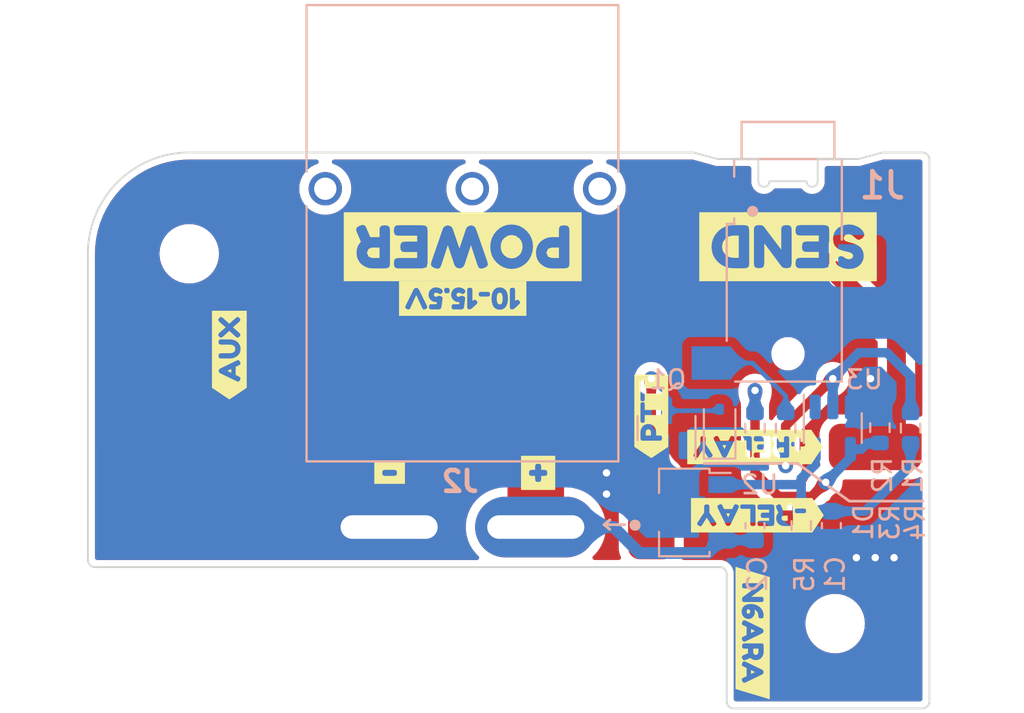
<source format=kicad_pcb>
(kicad_pcb (version 20221018) (generator pcbnew)
  (layers (0 "F.Cu" signal) (31 "B.Cu" signal) (34 "B.Paste" user) (35 "F.Paste" user) (36 "B.SilkS" user "B.Silkscreen") (37 "F.SilkS" user "F.Silkscreen") (38 "B.Mask" user) (39 "F.Mask" user) (44 "Edge.Cuts" user))
  (net 0 "")
  (net 1 "+5V")
  (net 2 "GND")
  (net 3 "Net-(DEMI_BUS1-Pin_1)")
  (net 4 "Net-(D1-A2)")
  (net 5 "/SEND")
  (net 6 "/ACL")
  (net 7 "Net-(Q1-G)")
  (net 8 "Net-(R1-Pad2)")
  (net 9 "Net-(R2-Pad1)")
  (net 11 "Net-(DEMI_AUX1-Pin_1)")
  (footprint "Connector_Wire:SolderWirePad_1x01_SMD_2.5x5mm" (layer "F.Cu") (at 137.414 105.791 180)
    (fp_text reference "DEMI_PTT_L1" hide)
    (fp_text value "Conn_01x01_Pin")
    (pad "1" smd roundrect (at 0 0 180) (size 2.5 5) (layers "F.Cu" "F.Paste" "F.Mask") (net 4 "Net-(D1-A2)"))
  )
  (footprint "kibuzzard-63FD1EDA" (layer "F.Cu") (at 127.254 91.44 180)
    (fp_text reference "kibuzzard-63FD1EDA" hide)
    (fp_text value "G***" hide)
  )
  (footprint "kibuzzard-63FD7275" (layer "F.Cu") (at 142.875 112.268 -90)
    (fp_text reference "kibuzzard-63FD7275" hide)
    (fp_text value "G***" hide)
  )
  (footprint "kibuzzard-63FD1EF5" (layer "F.Cu") (at 144.78 91.44 180)
    (fp_text reference "kibuzzard-63FD1EF5" hide)
    (fp_text value "G***" hide)
  )
  (footprint "Connector_Wire:SolderWirePad_1x01_SMD_2.5x5mm" (layer "F.Cu") (at 149.479 105.918 -90)
    (fp_text reference "DEMI_RLY_GND1" hide)
    (fp_text value "Conn_01x01_Pin")
    (pad "1" smd roundrect (at 0 0 270) (size 2.5 5) (layers "F.Cu" "F.Paste" "F.Mask") (net 2 "GND"))
  )
  (footprint "Connector_Wire:SolderWirePad_1x01_SMD_2.5x5mm" (layer "F.Cu") (at 114.681 102.616)
    (fp_text reference "DEMI_AUX1" hide)
    (fp_text value "Conn_01x01_Pin")
    (pad "1" smd roundrect (at 0 0) (size 2.5 5) (layers "F.Cu" "F.Paste" "F.Mask") (net 11 "Net-(DEMI_AUX1-Pin_1)"))
  )
  (footprint "MountingHole:MountingHole_2.7mm_M2.5" (layer "F.Cu") (at 112.522 91.821)
    (fp_text reference "REF**" hide)
    (fp_text value "MountingHole_2.7mm_M2.5")
    (pad "" np_thru_hole circle (at 0 0) (size 2.7 2.7) (drill 2.7) (layers "*.Cu" "*.Mask"))
  )
  (footprint "kibuzzard-63FD370C" (layer "F.Cu") (at 143.002 102.235 180)
    (fp_text reference "kibuzzard-63FD370C" hide)
    (fp_text value "G***" hide)
  )
  (footprint "Connector_Wire:SolderWirePad_1x01_SMD_3x6mm" (layer "F.Cu") (at 123.317 98.933 180)
    (fp_text reference "DEMI_GND1" hide)
    (fp_text value "Conn_01x01_Pin")
    (pad "1" smd roundrect (at 0 0 180) (size 3 6) (layers "F.Cu" "F.Paste" "F.Mask") (net 2 "GND"))
  )
  (footprint "kibuzzard-63FD36AA" (layer "F.Cu") (at 114.681 97.282 90)
    (fp_text reference "kibuzzard-63FD36AA" hide)
    (fp_text value "G***" hide)
  )
  (footprint "MountingHole:MountingHole_2.7mm_M2.5" (layer "F.Cu") (at 147.32 111.76)
    (fp_text reference "REF**" hide)
    (fp_text value "MountingHole_2.7mm_M2.5")
    (pad "" np_thru_hole circle (at 0 0) (size 2.7 2.7) (drill 2.7) (layers "*.Cu" "*.Mask"))
  )
  (footprint "kibuzzard-63FD3696" (layer "F.Cu") (at 137.414 100.584 90)
    (fp_text reference "kibuzzard-63FD3696" hide)
    (fp_text value "G***" hide)
  )
  (footprint "kibuzzard-63FD371C" (layer "F.Cu") (at 143.129 105.918 180)
    (fp_text reference "kibuzzard-63FD371C" hide)
    (fp_text value "G***" hide)
  )
  (footprint "kibuzzard-63FD203D" (layer "F.Cu") (at 127.254 94.234 180)
    (fp_text reference "kibuzzard-63FD203D" hide)
    (fp_text value "G***" hide)
  )
  (footprint "kibuzzard-63FD37D3" (layer "F.Cu") (at 123.317 103.632)
    (fp_text reference "kibuzzard-63FD37D3" hide)
    (fp_text value "G***" hide)
  )
  (footprint "kibuzzard-63FD37BB" (layer "F.Cu") (at 131.318 103.632)
    (fp_text reference "kibuzzard-63FD37BB" hide)
    (fp_text value "G***" hide)
  )
  (footprint "Connector_Wire:SolderWirePad_1x01_SMD_2.5x5mm" (layer "F.Cu") (at 149.479 102.235 -90)
    (fp_text reference "DEMI_RLY1" hide)
    (fp_text value "Conn_01x01_Pin")
    (pad "1" smd roundrect (at 0 0 270) (size 2.5 5) (layers "F.Cu" "F.Paste" "F.Mask") (net 11 "Net-(DEMI_AUX1-Pin_1)"))
  )
  (footprint "Connector_Wire:SolderWirePad_1x01_SMD_3x6mm" (layer "F.Cu") (at 131.191 98.933 180)
    (fp_text reference "DEMI_BUS1" hide)
    (fp_text value "Conn_01x01_Pin")
    (pad "1" smd roundrect (at 0 0 180) (size 3 6) (layers "F.Cu" "F.Paste" "F.Mask") (net 3 "Net-(DEMI_BUS1-Pin_1)"))
  )
  (footprint "DEMI_Buffer:CUI_SJ2-35853A-SMT-TR" (layer "B.Cu") (at 144.78 92.71 -90)
    (fp_text reference "J1" (at -4.572 -5.08 180) (layer "B.SilkS") (effects (font (size 1.400118 1.400118) (thickness 0.254) bold) (justify mirror)))
    (fp_text value "SJ2-35853A-SMT-TR" hide)
    (fp_line (start -6 -1.6) (end -6 -3.81) (stroke (width 0.1)) (layer "Edge.Cuts"))
    (fp_line (start -6 1.6) (end -4.8 1.6) (stroke (width 0.1)) (layer "Edge.Cuts"))
    (fp_line (start -6 3.81) (end -6 1.6) (stroke (width 0.1)) (layer "Edge.Cuts"))
    (fp_line (start -4.8 -1.6) (end -6 -1.6) (stroke (width 0.1)) (layer "Edge.Cuts"))
    (fp_line (start -4.8 1) (end -4.8 -1) (stroke (width 0.1)) (layer "Edge.Cuts"))
    (fp_arc (start -4.8 -1.6) (mid -4.5 -1.3) (end -4.8 -1) (stroke (width 0.1)) (layer "Edge.Cuts"))
    (fp_arc (start -4.8 1) (mid -4.5 1.3) (end -4.8 1.6) (stroke (width 0.1)) (layer "Edge.Cuts"))
    (pad "" np_thru_hole circle (at 4.5 0 270) (size 1.3 1.3) (drill 1.3) (layers "*.Cu" "*.Mask"))
    (pad "1" smd rect (at -3.9 3.75 270) (size 1.8 2.1) (layers "B.Cu" "B.Paste" "B.Mask") (net 2 "GND"))
    (pad "2" smd rect (at 5 4.15 270) (size 1.8 2.1) (layers "B.Cu" "B.Paste" "B.Mask") (net 5 "/SEND"))
    (pad "3" smd rect (at -0.5 -3.75 270) (size 1.8 2.1) (layers "B.Cu" "B.Paste" "B.Mask") (net 6 "/ACL"))
  )
  (footprint "Resistor_SMD:R_0603_1608Metric" (layer "B.Cu") (at 144.653 101.219 -90)
    (fp_text reference "R4" (at 5.08 -6.985 90) (layer "B.SilkS") (effects (justify mirror)))
    (fp_text value "100")
    (pad "1" smd roundrect (at -0.825 0 270) (size 0.8 0.95) (layers "B.Cu" "B.Paste" "B.Mask") (net 5 "/SEND"))
    (pad "2" smd roundrect (at 0.825 0 270) (size 0.8 0.95) (layers "B.Cu" "B.Paste" "B.Mask") (net 8 "Net-(R1-Pad2)"))
  )
  (footprint "Resistor_SMD:R_0603_1608Metric" (layer "B.Cu") (at 151.384 101.219 90)
    (fp_text reference "R1" (at -2.54 0.127 90) (layer "B.SilkS") (effects (justify mirror)))
    (fp_text value "100k")
    (pad "1" smd roundrect (at -0.825 0 90) (size 0.8 0.95) (layers "B.Cu" "B.Paste" "B.Mask") (net 1 "+5V"))
    (pad "2" smd roundrect (at 0.825 0 90) (size 0.8 0.95) (layers "B.Cu" "B.Paste" "B.Mask") (net 8 "Net-(R1-Pad2)"))
  )
  (footprint "Resistor_SMD:R_0603_1608Metric" (layer "B.Cu") (at 149.733 101.1936 90)
    (fp_text reference "R2" (at -2.5654 0.127 90) (layer "B.SilkS") (effects (justify mirror)))
    (fp_text value "10k")
    (pad "1" smd roundrect (at -0.825 0 90) (size 0.8 0.95) (layers "B.Cu" "B.Paste" "B.Mask") (net 9 "Net-(R2-Pad1)"))
    (pad "2" smd roundrect (at 0.825 0 90) (size 0.8 0.95) (layers "B.Cu" "B.Paste" "B.Mask") (net 2 "GND"))
  )
  (footprint "Package_TO_SOT_SMD:SOT-89-3" (layer "B.Cu") (at 139.192 105.7656 180)
    (fp_text reference "U2" (at -4.064 1.4986 180) (layer "B.SilkS") (effects (justify mirror)))
    (fp_text value "L78L05_SOT89")
    (pad "1" smd rect (at -1.95 1.5 180) (size 1.3 0.9) (layers "B.Cu" "B.Paste" "B.Mask") (net 1 "+5V"))
    (pad "2" smd custom (at -1.8625 0 180) (size 1.475 0.9) (layers "B.Cu" "B.Paste" "B.Mask") (net 2 "GND") (options (clearance outline) (anchor rect)) (primitives (gr_poly (pts (xy 3.8625 -0.8665) (xy 0.7375 -0.8665) (xy 0.7375 0.8665) (xy 3.8625 0.8665)) (width 0) (fill yes))))
    (pad "3" smd rect (at -1.95 -1.5 180) (size 1.3 0.9) (layers "B.Cu" "B.Paste" "B.Mask") (net 3 "Net-(DEMI_BUS1-Pin_1)"))
  )
  (footprint "Diode_SMD:D_SOD-323" (layer "B.Cu") (at 141.097 101.253 90)
    (fp_text reference "D1" (at -5.046 7.747 90) (layer "B.SilkS") (effects (justify mirror)))
    (fp_text value "SD36_SOD323")
    (pad "1" smd roundrect (at -1.05 0 90) (size 0.6 0.45) (layers "B.Cu" "B.Paste" "B.Mask") (net 2 "GND"))
    (pad "2" smd roundrect (at 1.05 0 90) (size 0.6 0.45) (layers "B.Cu" "B.Paste" "B.Mask") (net 4 "Net-(D1-A2)"))
  )
  (footprint "Package_TO_SOT_SMD:SOT-23" (layer "B.Cu") (at 138.237 101.219 90)
    (fp_text reference "Q1" (at 2.6185 0.066 180) (layer "B.SilkS") (effects (justify mirror)))
    (fp_text value "IRLML2060")
    (pad "1" smd roundrect (at -0.9375 0.95 90) (size 1.475 0.6) (layers "B.Cu" "B.Paste" "B.Mask") (net 7 "Net-(Q1-G)"))
    (pad "2" smd roundrect (at -0.9375 -0.95 90) (size 1.475 0.6) (layers "B.Cu" "B.Paste" "B.Mask") (net 2 "GND"))
    (pad "3" smd roundrect (at 0.9375 0 90) (size 1.475 0.6) (layers "B.Cu" "B.Paste" "B.Mask") (net 4 "Net-(D1-A2)"))
  )
  (footprint "Resistor_SMD:R_0603_1608Metric" (layer "B.Cu") (at 143.002 101.219 -90)
    (fp_text reference "R3" (at 5.08 -7.2644 90) (layer "B.SilkS") (effects (justify mirror)))
    (fp_text value "100")
    (pad "1" smd roundrect (at -0.825 0 270) (size 0.8 0.95) (layers "B.Cu" "B.Paste" "B.Mask") (net 9 "Net-(R2-Pad1)"))
    (pad "2" smd roundrect (at 0.825 0 270) (size 0.8 0.95) (layers "B.Cu" "B.Paste" "B.Mask") (net 7 "Net-(Q1-G)"))
  )
  (footprint "Package_TO_SOT_SMD:SOT-23-5" (layer "B.Cu") (at 147.193 101.219 -90)
    (fp_text reference "U3" (at -2.6162 -1.7018 -180) (layer "B.SilkS") (effects (justify mirror)))
    (fp_text value "SN74LVC1G14DBV")
    (pad "1" smd roundrect (at -1.1375 0.95 270) (size 1.325 0.6) (layers "B.Cu" "B.Paste" "B.Mask"))
    (pad "2" smd roundrect (at -1.1375 0 270) (size 1.325 0.6) (layers "B.Cu" "B.Paste" "B.Mask") (net 8 "Net-(R1-Pad2)"))
    (pad "3" smd roundrect (at -1.1375 -0.95 270) (size 1.325 0.6) (layers "B.Cu" "B.Paste" "B.Mask") (net 2 "GND"))
    (pad "4" smd roundrect (at 1.1375 -0.95 270) (size 1.325 0.6) (layers "B.Cu" "B.Paste" "B.Mask") (net 9 "Net-(R2-Pad1)"))
    (pad "5" smd roundrect (at 1.1375 0.95 270) (size 1.325 0.6) (layers "B.Cu" "B.Paste" "B.Mask") (net 1 "+5V"))
  )
  (footprint "Capacitor_SMD:C_0603_1608Metric" (layer "B.Cu") (at 143.002 106.4768 90)
    (fp_text reference "C2" (at -2.6162 0.127 90) (layer "B.SilkS") (effects (justify mirror)))
    (fp_text value "0.33u")
    (pad "1" smd roundrect (at -0.775 0 90) (size 0.9 0.95) (layers "B.Cu" "B.Paste" "B.Mask") (net 3 "Net-(DEMI_BUS1-Pin_1)"))
    (pad "2" smd roundrect (at 0.775 0 90) (size 0.9 0.95) (layers "B.Cu" "B.Paste" "B.Mask") (net 2 "GND"))
  )
  (footprint "Resistor_SMD:R_0603_1608Metric" (layer "B.Cu") (at 145.4912 106.4768 -90)
    (fp_text reference "R5" (at 2.6162 -0.1778 90) (layer "B.SilkS") (effects (justify mirror)))
    (fp_text value "5k")
    (pad "1" smd roundrect (at -0.825 0 270) (size 0.8 0.95) (layers "B.Cu" "B.Paste" "B.Mask") (net 1 "+5V"))
    (pad "2" smd roundrect (at 0.825 0 270) (size 0.8 0.95) (layers "B.Cu" "B.Paste" "B.Mask") (net 2 "GND"))
  )
  (footprint "DEMI_Buffer:APP_ASMPR45-1X2-RK" (layer "B.Cu") (at 131.191 106.553 180)
    (fp_text reference "J2" (at 4.077 2.46) (layer "B.SilkS") (effects (font (size 1.12 1.12) (thickness 0.254)) (justify mirror)))
    (fp_text value "ASMPR45-1X2-RK" hide)
    (pad "1" thru_hole oval (at 0 0 180) (size 6.54 3.27) (drill oval 5.23 1.27) (layers "*.Cu" "*.Mask") (net 3 "Net-(DEMI_BUS1-Pin_1)"))
    (pad "2" thru_hole oval (at 7.9 0 180) (size 6.54 3.27) (drill oval 5.23 1.27) (layers "*.Cu" "*.Mask") (net 2 "GND"))
    (pad "P3" thru_hole circle (at -3.44 18.24 180) (size 1.8 1.8) (drill 1.2) (layers "*.Cu" "*.Mask"))
    (pad "P4" thru_hole circle (at 11.34 18.24 180) (size 1.8 1.8) (drill 1.2) (layers "*.Cu" "*.Mask"))
    (pad "P5" thru_hole circle (at 3.42 18.24 180) (size 1.8 1.8) (drill 1.2) (layers "*.Cu" "*.Mask"))
  )
  (footprint "Capacitor_SMD:C_0603_1608Metric" (layer "B.Cu") (at 147.1168 106.4768 -90)
    (fp_text reference "C1" (at 2.6162 -0.2032 90) (layer "B.SilkS") (effects (justify mirror)))
    (fp_text value "0.1u")
    (pad "1" smd roundrect (at -0.775 0 270) (size 0.9 0.95) (layers "B.Cu" "B.Paste" "B.Mask") (net 1 "+5V"))
    (pad "2" smd roundrect (at 0.775 0 270) (size 0.9 0.95) (layers "B.Cu" "B.Paste" "B.Mask") (net 2 "GND"))
  )
  (gr_line (start 145.288 103.124) (end 140.2588 103.124) (stroke (width 0.15)) (layer "B.SilkS"))
  (gr_line (start 148.082 105.156) (end 152.0444 105.156) (stroke (width 0.15)) (layer "B.SilkS"))
  (gr_line (start 135.9916 106.426) (end 134.874 106.426) (stroke (width 0.15)) (layer "B.SilkS"))
  (gr_line (start 134.874 106.426) (end 135.1788 106.68) (stroke (width 0.15)) (layer "B.SilkS"))
  (gr_line (start 145.288 103.124) (end 148.082 105.156) (stroke (width 0.15)) (layer "B.SilkS"))
  (gr_line (start 134.874 106.426) (end 135.1788 106.172) (stroke (width 0.15)) (layer "B.SilkS"))
  (gr_line (start 135.1788 106.172) (end 134.874 106.426) (stroke (width 0.15)) (layer "B.SilkS"))
  (gr_line (start 107.059524 91.821) (end 107.061 108.331) (stroke (width 0.1)) (layer "Edge.Cuts"))
  (gr_arc (start 141.097 108.712) (mid 141.366408 108.823592) (end 141.478 109.093) (stroke (width 0.1)) (layer "Edge.Cuts"))
  (gr_line (start 107.442 108.712) (end 141.097 108.712) (stroke (width 0.1)) (layer "Edge.Cuts"))
  (gr_line (start 148.59 86.71) (end 149.86 86.36) (stroke (width 0.1)) (layer "Edge.Cuts"))
  (gr_arc (start 152.019 86.36) (mid 152.288408 86.471592) (end 152.4 86.741) (stroke (width 0.1)) (layer "Edge.Cuts"))
  (gr_arc (start 141.859 116.332) (mid 141.589592 116.220408) (end 141.478 115.951) (stroke (width 0.1)) (layer "Edge.Cuts"))
  (gr_arc (start 152.4 115.951) (mid 152.288408 116.220408) (end 152.019 116.332) (stroke (width 0.1)) (layer "Edge.Cuts"))
  (gr_line (start 140.97 86.71) (end 139.7 86.36) (stroke (width 0.1)) (layer "Edge.Cuts"))
  (gr_arc (start 107.442 108.712) (mid 107.172592 108.600408) (end 107.061 108.331) (stroke (width 0.1)) (layer "Edge.Cuts"))
  (gr_arc (start 107.059524 91.821) (mid 108.704612 87.913803) (end 112.649 86.360001) (stroke (width 0.1)) (layer "Edge.Cuts"))
  (gr_line (start 152.4 115.951) (end 152.4 86.741) (stroke (width 0.1)) (layer "Edge.Cuts"))
  (gr_line (start 141.478 109.093) (end 141.478 115.951) (stroke (width 0.1)) (layer "Edge.Cuts"))
  (gr_line (start 119.38 86.36) (end 112.649 86.36) (stroke (width 0.1)) (layer "Edge.Cuts"))
  (gr_line (start 152.019 86.36) (end 149.86 86.36) (stroke (width 0.1)) (layer "Edge.Cuts"))
  (gr_line (start 119.38 86.36) (end 139.7 86.36) (stroke (width 0.1)) (layer "Edge.Cuts"))
  (gr_line (start 141.859 116.332) (end 152.019 116.332) (stroke (width 0.1)) (layer "Edge.Cuts"))
  (segment (start 146.243 103.185) (end 146.243 102.3565) (width 0.508) (layer "B.Cu") (net 1))
  (segment (start 145.4912 104.267) (end 145.4912 103.9368) (width 0.508) (layer "B.Cu") (net 1))
  (segment (start 145.4912 105.6518) (end 145.4912 103.9368) (width 0.508) (layer "B.Cu") (net 1))
  (segment (start 148.9332 105.7018) (end 147.1168 105.7018) (width 0.508) (layer "B.Cu") (net 1))
  (segment (start 145.4912 103.9368) (end 146.243 103.185) (width 0.508) (layer "B.Cu") (net 1))
  (segment (start 141.096 104.2656) (end 145.4898 104.2656) (width 0.508) (layer "B.Cu") (net 1))
  (segment (start 145.4898 104.2656) (end 145.4912 104.267) (width 0.508) (layer "B.Cu") (net 1))
  (segment (start 151.384 102.044) (end 151.384 103.251) (width 0.508) (layer "B.Cu") (net 1))
  (segment (start 151.384 103.251) (end 148.9332 105.7018) (width 0.508) (layer "B.Cu") (net 1))
  (segment (start 147.0668 105.6518) (end 147.1168 105.7018) (width 0.508) (layer "B.Cu") (net 1))
  (segment (start 145.4912 105.6518) (end 147.0668 105.6518) (width 0.508) (layer "B.Cu") (net 1))
  (segment (start 123.317 98.933) (end 123.317 106.527) (width 3.048) (layer "F.Cu") (net 2))
  (segment (start 123.317 106.527) (end 123.291 106.553) (width 3.048) (layer "F.Cu") (net 2))
  (via (at 148.463 108.204) (size 0.8) (drill 0.4) (layers "F.Cu" "B.Cu") (net 2))
  (via (at 135.001 103.632) (size 0.8) (drill 0.4) (layers "F.Cu" "B.Cu") (net 2))
  (via (at 149.479 108.204) (size 0.8) (drill 0.4) (layers "F.Cu" "B.Cu") (net 2))
  (via (at 149.225 98.552) (size 0.8) (drill 0.4) (layers "F.Cu" "B.Cu") (net 2))
  (via (at 135.001 104.775) (size 0.8) (drill 0.4) (layers "F.Cu" "B.Cu") (net 2))
  (via (at 150.495 108.204) (size 0.8) (drill 0.4) (layers "F.Cu" "B.Cu") (net 2))
  (segment (start 131.191 98.933) (end 131.191 106.553) (width 3.048) (layer "F.Cu") (net 3))
  (segment (start 141.142 107.27) (end 140.462 107.95) (width 0.635) (layer "B.Cu") (net 3))
  (segment (start 140.462 107.95) (end 136.779 107.95) (width 0.635) (layer "B.Cu") (net 3))
  (segment (start 141.142 107.2656) (end 141.142 107.27) (width 0.635) (layer "B.Cu") (net 3))
  (segment (start 135.382 106.553) (end 131.191 106.553) (width 0.635) (layer "B.Cu") (net 3))
  (segment (start 141.142 107.2656) (end 142.9882 107.2656) (width 0.508) (layer "B.Cu") (net 3))
  (segment (start 142.9882 107.2656) (end 143.002 107.2518) (width 0.508) (layer "B.Cu") (net 3))
  (segment (start 136.779 107.95) (end 135.382 106.553) (width 0.635) (layer "B.Cu") (net 3))
  (segment (start 137.414 105.791) (end 137.414 98.552) (width 0.508) (layer "F.Cu") (net 4))
  (via (at 137.414 98.552) (size 0.8) (drill 0.4) (layers "F.Cu" "B.Cu") (net 4))
  (segment (start 141.0185 100.2815) (end 138.237 100.2815) (width 0.25) (layer "B.Cu") (net 4))
  (segment (start 141.097 100.203) (end 141.0185 100.2815) (width 0.25) (layer "B.Cu") (net 4))
  (segment (start 138.237 99.375) (end 137.414 98.552) (width 0.25) (layer "B.Cu") (net 4))
  (segment (start 138.237 100.2815) (end 138.237 99.375) (width 0.25) (layer "B.Cu") (net 4))
  (segment (start 142.8712 97.71) (end 140.63 97.71) (width 0.25) (layer "B.Cu") (net 5))
  (segment (start 144.653 100.394) (end 144.653 99.4918) (width 0.25) (layer "B.Cu") (net 5))
  (segment (start 144.653 99.4918) (end 142.8712 97.71) (width 0.25) (layer "B.Cu") (net 5))
  (segment (start 143.0528 102.1588) (end 143.1168 102.1588) (width 0.25) (layer "B.Cu") (net 7))
  (segment (start 139.5984 101.2952) (end 142.2532 101.2952) (width 0.25) (layer "B.Cu") (net 7))
  (segment (start 139.187 102.142) (end 139.187 101.7066) (width 0.25) (layer "B.Cu") (net 7))
  (segment (start 142.2532 101.2952) (end 143.0528 102.0948) (width 0.25) (layer "B.Cu") (net 7))
  (segment (start 139.187 101.7066) (end 139.5984 101.2952) (width 0.25) (layer "B.Cu") (net 7))
  (segment (start 143.1168 102.1588) (end 143.002 102.044) (width 0.25) (layer "B.Cu") (net 7))
  (segment (start 143.0528 102.0948) (end 143.0528 102.1588) (width 0.25) (layer "B.Cu") (net 7))
  (segment (start 144.653 101.092) (end 147.193 98.552) (width 0.508) (layer "F.Cu") (net 8))
  (segment (start 144.653 103.251) (end 144.653 101.092) (width 0.508) (layer "F.Cu") (net 8))
  (via (at 147.193 98.552) (size 0.8) (drill 0.4) (layers "F.Cu" "B.Cu") (net 8))
  (via (at 144.653 103.251) (size 0.8) (drill 0.4) (layers "F.Cu" "B.Cu") (net 8))
  (segment (start 144.653 103.251) (end 144.653 102.044) (width 0.508) (layer "B.Cu") (net 8))
  (segment (start 147.193 100.0815) (end 147.193 98.552) (width 0.508) (layer "B.Cu") (net 8))
  (segment (start 151.384 100.394) (end 151.384 98.425) (width 0.508) (layer "B.Cu") (net 8))
  (segment (start 148.59 97.155) (end 147.193 98.552) (width 0.508) (layer "B.Cu") (net 8))
  (segment (start 150.114 97.155) (end 148.59 97.155) (width 0.508) (layer "B.Cu") (net 8))
  (segment (start 151.384 98.425) (end 150.114 97.155) (width 0.508) (layer "B.Cu") (net 8))
  (segment (start 143.002 99.187) (end 143.002 103.632) (width 0.508) (layer "F.Cu") (net 9))
  (segment (start 143.002 103.632) (end 144.272 104.902) (width 0.508) (layer "F.Cu") (net 9))
  (segment (start 144.272 104.902) (end 146.05 104.902) (width 0.508) (layer "F.Cu") (net 9))
  (segment (start 146.05 104.902) (end 146.812 104.14) (width 0.508) (layer "F.Cu") (net 9))
  (via (at 143.002 99.187) (size 0.8) (drill 0.4) (layers "F.Cu" "B.Cu") (net 9))
  (via (at 146.812 104.14) (size 0.8) (drill 0.4) (layers "F.Cu" "B.Cu") (net 9))
  (segment (start 146.812 104.14) (end 148.143 102.809) (width 0.508) (layer "B.Cu") (net 9))
  (segment (start 149.0604 102.0186) (end 149.733 102.0186) (width 0.508) (layer "B.Cu") (net 9))
  (segment (start 148.143 102.809) (end 148.143 102.3565) (width 0.508) (layer "B.Cu") (net 9))
  (segment (start 143.002 100.394) (end 143.002 99.187) (width 0.508) (layer "B.Cu") (net 9))
  (segment (start 148.143 102.3565) (end 148.7225 102.3565) (width 0.508) (layer "B.Cu") (net 9))
  (segment (start 148.7225 102.3565) (end 149.0604 102.0186) (width 0.508) (layer "B.Cu") (net 9))
  (segment (start 120.523 91.694) (end 146.177 91.694) (width 1.016) (layer "F.Cu") (net 11))
  (segment (start 114.681 102.616) (end 114.681 97.536) (width 1.016) (layer "F.Cu") (net 11))
  (segment (start 150.622 96.139) (end 150.622 101.092) (width 1.016) (layer "F.Cu") (net 11))
  (segment (start 146.177 91.694) (end 150.622 96.139) (width 1.016) (layer "F.Cu") (net 11))
  (segment (start 150.622 101.092) (end 149.479 102.235) (width 1.016) (layer "F.Cu") (net 11))
  (segment (start 114.681 97.536) (end 120.523 91.694) (width 1.016) (layer "F.Cu") (net 11))
  (zone (net 2) (net_name "GND") (layer "F.Cu") (connect_pads yes (clearance 0.5)) (min_thickness 0.25) (fill yes (thermal_gap 0.5) (thermal_bridge_width 0.5))
    (polygon (pts (xy 152.654 116.586) (xy 152.654 86.106) (xy 105.41 86.106) (xy 105.41 116.586)))
  )
  (zone (net 2) (net_name "GND") (layer "B.Cu") (connect_pads yes (clearance 0.5)) (min_thickness 0.25) (fill yes (thermal_gap 0.5) (thermal_bridge_width 0.5))
    (polygon (pts (xy 152.654 116.586) (xy 152.654 86.106) (xy 105.41 86.106) (xy 105.41 116.586)))
  )
)
</source>
